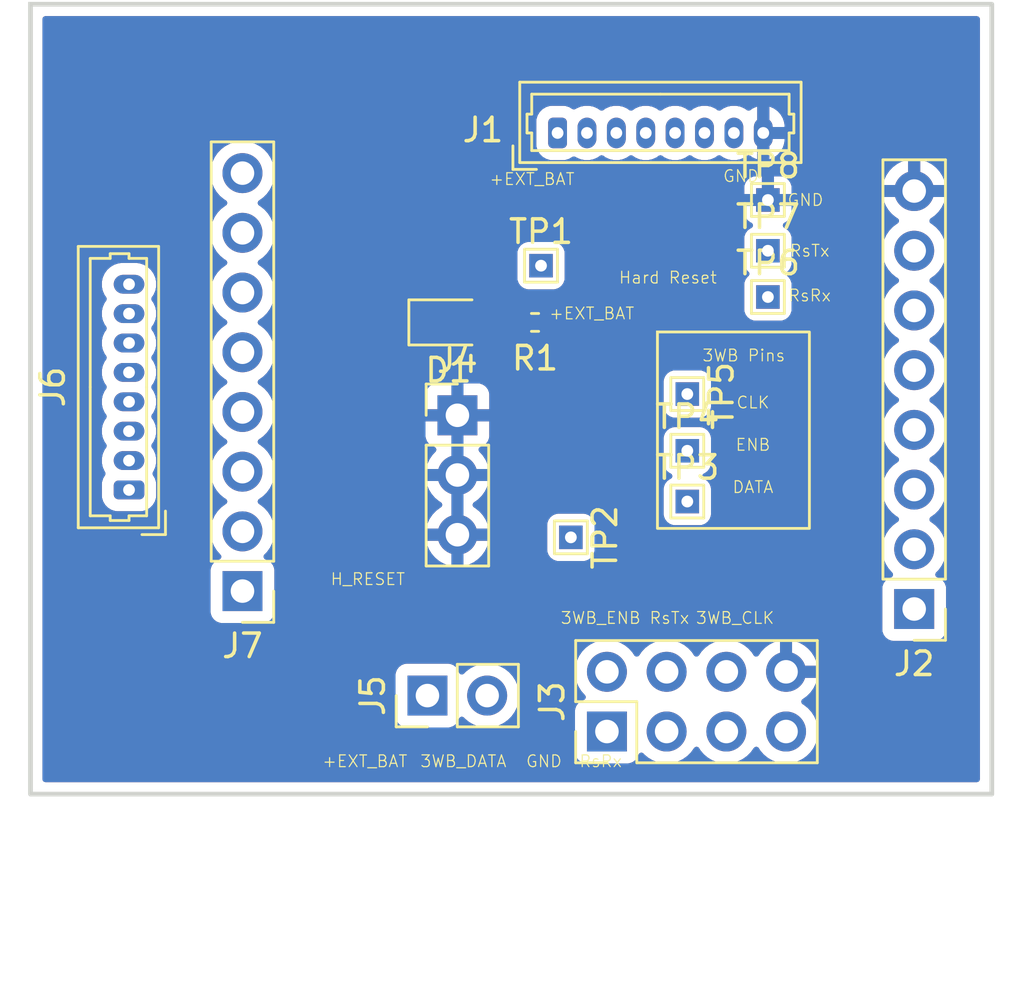
<source format=kicad_pcb>
(kicad_pcb (version 20211014) (generator pcbnew)
  (layers (0 "F.Cu" signal) (31 "B.Cu" signal) (34 "B.Paste" user) (35 "F.Paste" user) (36 "B.SilkS" user "B.Silkscreen") (37 "F.SilkS" user "F.Silkscreen") (38 "B.Mask" user) (39 "F.Mask" user) (44 "Edge.Cuts" user))
  (net 0 "")
  (net 1 "GND")
  (net 2 "/RsTx")
  (net 3 "/RsRx")
  (net 4 "/3WB_CLK")
  (net 5 "/3WB_ENB")
  (net 6 "/3WB_DATA")
  (net 7 "/HARD_RESET")
  (net 8 "Net-(D1-Pad2)")
  (net 9 "/+EXT_BAT")
  (net 10 "/SCUM_GPIO0")
  (net 11 "/SCUM_GPIO3")
  (net 12 "/SCUM_GPIO4")
  (net 13 "/SCUM_GPIO7")
  (net 14 "/SCUM_GPIO13")
  (net 15 "/SCUM_GPIO14")
  (net 16 "/+1.8V_SCUM")
  (net 17 "/+1.8V_ADS")
  (footprint "Connector_PinHeader_2.54mm:PinHeader_1x02_P2.54mm_Vertical" (layer "F.Cu") (at 87.371 80.01 90)
    (fp_text reference "J5" (at 0 -2.33 90) (layer "F.SilkS"))
    (fp_text value "Conn_01x02")
    (fp_line (start 1.33 1.27) (end 1.33 3.87) (layer "F.SilkS") (width 0.12))
    (fp_line (start -1.33 3.87) (end 1.33 3.87) (layer "F.SilkS") (width 0.12))
    (fp_line (start -1.33 1.27) (end 1.33 1.27) (layer "F.SilkS") (width 0.12))
    (fp_line (start -1.33 1.27) (end -1.33 3.87) (layer "F.SilkS") (width 0.12))
    (fp_line (start -1.33 -1.33) (end 0 -1.33) (layer "F.SilkS") (width 0.12))
    (fp_line (start -1.33 0) (end -1.33 -1.33) (layer "F.SilkS") (width 0.12))
    (pad "1" thru_hole rect (at 0 0 90) (size 1.7 1.7) (drill 1) (layers *.Cu *.Mask) (net 9 "/+EXT_BAT"))
    (pad "2" thru_hole oval (at 0 2.54 90) (size 1.7 1.7) (drill 1) (layers *.Cu *.Mask) (net 9 "/+EXT_BAT"))
  )
  (footprint "TestPoint:TestPoint_THTPad_1.0x1.0mm_Drill0.5mm" (layer "F.Cu") (at 98.425 67.183 -90)
    (fp_text reference "TP5" (at 0 -1.448 -90) (layer "F.SilkS"))
    (fp_text value "TestPoint")
    (fp_line (start 0.7 0.7) (end -0.7 0.7) (layer "F.SilkS") (width 0.12))
    (fp_line (start 0.7 -0.7) (end 0.7 0.7) (layer "F.SilkS") (width 0.12))
    (fp_line (start -0.7 -0.7) (end 0.7 -0.7) (layer "F.SilkS") (width 0.12))
    (fp_line (start -0.7 0.7) (end -0.7 -0.7) (layer "F.SilkS") (width 0.12))
    (pad "1" thru_hole rect (at 0 0 270) (size 1 1) (drill 0.5) (layers *.Cu *.Mask) (net 4 "/3WB_CLK"))
  )
  (footprint "Connector_PinHeader_2.54mm:PinHeader_1x08_P2.54mm_Vertical" (layer "F.Cu") (at 108.077 76.327 180)
    (fp_text reference "J2" (at 0 -2.33) (layer "F.SilkS"))
    (fp_text value "Conn_01x08")
    (fp_line (start -1.33 0) (end -1.33 -1.33) (layer "F.SilkS") (width 0.12))
    (fp_line (start -1.33 1.27) (end 1.33 1.27) (layer "F.SilkS") (width 0.12))
    (fp_line (start 1.33 1.27) (end 1.33 19.11) (layer "F.SilkS") (width 0.12))
    (fp_line (start -1.33 -1.33) (end 0 -1.33) (layer "F.SilkS") (width 0.12))
    (fp_line (start -1.33 19.11) (end 1.33 19.11) (layer "F.SilkS") (width 0.12))
    (fp_line (start -1.33 1.27) (end -1.33 19.11) (layer "F.SilkS") (width 0.12))
    (pad "1" thru_hole rect (at 0 0 180) (size 1.7 1.7) (drill 1) (layers *.Cu *.Mask) (net 9 "/+EXT_BAT"))
    (pad "2" thru_hole oval (at 0 2.54 180) (size 1.7 1.7) (drill 1) (layers *.Cu *.Mask) (net 7 "/HARD_RESET"))
    (pad "3" thru_hole oval (at 0 5.08 180) (size 1.7 1.7) (drill 1) (layers *.Cu *.Mask) (net 6 "/3WB_DATA"))
    (pad "4" thru_hole oval (at 0 7.62 180) (size 1.7 1.7) (drill 1) (layers *.Cu *.Mask) (net 5 "/3WB_ENB"))
    (pad "5" thru_hole oval (at 0 10.16 180) (size 1.7 1.7) (drill 1) (layers *.Cu *.Mask) (net 4 "/3WB_CLK"))
    (pad "6" thru_hole oval (at 0 12.7 180) (size 1.7 1.7) (drill 1) (layers *.Cu *.Mask) (net 3 "/RsRx"))
    (pad "7" thru_hole oval (at 0 15.24 180) (size 1.7 1.7) (drill 1) (layers *.Cu *.Mask) (net 2 "/RsTx"))
    (pad "8" thru_hole oval (at 0 17.78 180) (size 1.7 1.7) (drill 1) (layers *.Cu *.Mask) (net 1 "GND"))
  )
  (footprint "TestPoint:TestPoint_THTPad_1.0x1.0mm_Drill0.5mm" (layer "F.Cu") (at 101.854 63.055)
    (fp_text reference "TP6" (at 0 -1.448) (layer "F.SilkS"))
    (fp_text value "TestPoint")
    (fp_line (start -0.7 0.7) (end -0.7 -0.7) (layer "F.SilkS") (width 0.12))
    (fp_line (start 0.7 0.7) (end -0.7 0.7) (layer "F.SilkS") (width 0.12))
    (fp_line (start 0.7 -0.7) (end 0.7 0.7) (layer "F.SilkS") (width 0.12))
    (fp_line (start -0.7 -0.7) (end 0.7 -0.7) (layer "F.SilkS") (width 0.12))
    (pad "1" thru_hole rect (at 0 0) (size 1 1) (drill 0.5) (layers *.Cu *.Mask) (net 3 "/RsRx"))
  )
  (footprint "Connector_PinHeader_2.54mm:PinHeader_1x08_P2.54mm_Vertical" (layer "F.Cu") (at 79.502 75.565 180)
    (fp_text reference "J7" (at 0 -2.33) (layer "F.SilkS"))
    (fp_text value "Conn_01x08")
    (fp_line (start 1.33 1.27) (end 1.33 19.11) (layer "F.SilkS") (width 0.12))
    (fp_line (start -1.33 19.11) (end 1.33 19.11) (layer "F.SilkS") (width 0.12))
    (fp_line (start -1.33 1.27) (end -1.33 19.11) (layer "F.SilkS") (width 0.12))
    (fp_line (start -1.33 1.27) (end 1.33 1.27) (layer "F.SilkS") (width 0.12))
    (fp_line (start -1.33 0) (end -1.33 -1.33) (layer "F.SilkS") (width 0.12))
    (fp_line (start -1.33 -1.33) (end 0 -1.33) (layer "F.SilkS") (width 0.12))
    (pad "1" thru_hole rect (at 0 0 180) (size 1.7 1.7) (drill 1) (layers *.Cu *.Mask) (net 10 "/SCUM_GPIO0"))
    (pad "2" thru_hole oval (at 0 2.54 180) (size 1.7 1.7) (drill 1) (layers *.Cu *.Mask) (net 11 "/SCUM_GPIO3"))
    (pad "3" thru_hole oval (at 0 5.08 180) (size 1.7 1.7) (drill 1) (layers *.Cu *.Mask) (net 12 "/SCUM_GPIO4"))
    (pad "4" thru_hole oval (at 0 7.62 180) (size 1.7 1.7) (drill 1) (layers *.Cu *.Mask) (net 13 "/SCUM_GPIO7"))
    (pad "5" thru_hole oval (at 0 10.16 180) (size 1.7 1.7) (drill 1) (layers *.Cu *.Mask) (net 14 "/SCUM_GPIO13"))
    (pad "6" thru_hole oval (at 0 12.7 180) (size 1.7 1.7) (drill 1) (layers *.Cu *.Mask) (net 15 "/SCUM_GPIO14"))
    (pad "7" thru_hole oval (at 0 15.24 180) (size 1.7 1.7) (drill 1) (layers *.Cu *.Mask) (net 16 "/+1.8V_SCUM"))
    (pad "8" thru_hole oval (at 0 17.78 180) (size 1.7 1.7) (drill 1) (layers *.Cu *.Mask) (net 17 "/+1.8V_ADS"))
  )
  (footprint "TestPoint:TestPoint_THTPad_1.0x1.0mm_Drill0.5mm" (layer "F.Cu") (at 101.854 58.928)
    (fp_text reference "TP8" (at 0 -1.448) (layer "F.SilkS"))
    (fp_text value "TestPoint")
    (fp_line (start -0.7 0.7) (end -0.7 -0.7) (layer "F.SilkS") (width 0.12))
    (fp_line (start 0.7 0.7) (end -0.7 0.7) (layer "F.SilkS") (width 0.12))
    (fp_line (start 0.7 -0.7) (end 0.7 0.7) (layer "F.SilkS") (width 0.12))
    (fp_line (start -0.7 -0.7) (end 0.7 -0.7) (layer "F.SilkS") (width 0.12))
    (pad "1" thru_hole rect (at 0 0) (size 1 1) (drill 0.5) (layers *.Cu *.Mask) (net 1 "GND"))
  )
  (footprint "Connector_Molex:Molex_PicoBlade_53047-0810_1x08_P1.25mm_Vertical" (layer "F.Cu") (at 92.907 56.076)
    (fp_text reference "J1" (at -3.175 -0.127) (layer "F.SilkS"))
    (fp_text value "Conn_01x08")
    (fp_line (start 4.375 0.75) (end -1.1 0.75) (layer "F.SilkS") (width 0.12))
    (fp_line (start -1.3 0) (end -1.3 -0.8) (layer "F.SilkS") (width 0.12))
    (fp_line (start 4.375 0.75) (end 9.85 0.75) (layer "F.SilkS") (width 0.12))
    (fp_line (start -1.61 1.26) (end 10.36 1.26) (layer "F.SilkS") (width 0.12))
    (fp_line (start -1.1 0.75) (end -1.1 0) (layer "F.SilkS") (width 0.12))
    (fp_line (start 9.85 -1.65) (end 4.375 -1.65) (layer "F.SilkS") (width 0.12))
    (fp_line (start -1.1 -1.65) (end 4.375 -1.65) (layer "F.SilkS") (width 0.12))
    (fp_line (start -1.1 -0.8) (end -1.1 -1.65) (layer "F.SilkS") (width 0.12))
    (fp_line (start 10.36 1.26) (end 10.36 -2.16) (layer "F.SilkS") (width 0.12))
    (fp_line (start -1.9 1.55) (end -1.9 0.55) (layer "F.SilkS") (width 0.12))
    (fp_line (start 10.05 -0.8) (end 9.85 -0.8) (layer "F.SilkS") (width 0.12))
    (fp_line (start -1.61 -2.16) (end -1.61 1.26) (layer "F.SilkS") (width 0.12))
    (fp_line (start 9.85 -0.8) (end 9.85 -1.65) (layer "F.SilkS") (width 0.12))
    (fp_line (start -1.9 1.55) (end -0.9 1.55) (layer "F.SilkS") (width 0.12))
    (fp_line (start 9.85 0.75) (end 9.85 0) (layer "F.SilkS") (width 0.12))
    (fp_line (start 10.36 -2.16) (end -1.61 -2.16) (layer "F.SilkS") (width 0.12))
    (fp_line (start 9.85 0) (end 10.05 0) (layer "F.SilkS") (width 0.12))
    (fp_line (start -1.1 0) (end -1.3 0) (layer "F.SilkS") (width 0.12))
    (fp_line (start 10.05 0) (end 10.05 -0.8) (layer "F.SilkS") (width 0.12))
    (fp_line (start -1.3 -0.8) (end -1.1 -0.8) (layer "F.SilkS") (width 0.12))
    (pad "1" thru_hole roundrect locked (at 0 0) (size 0.8 1.3) (drill 0.5) (layers *.Cu *.Mask) (net 9 "/+EXT_BAT"))
    (pad "2" thru_hole oval locked (at 1.25 0) (size 0.8 1.3) (drill 0.5) (layers *.Cu *.Mask) (net 7 "/HARD_RESET"))
    (pad "3" thru_hole oval locked (at 2.5 0) (size 0.8 1.3) (drill 0.5) (layers *.Cu *.Mask) (net 6 "/3WB_DATA"))
    (pad "4" thru_hole oval locked (at 3.75 0) (size 0.8 1.3) (drill 0.5) (layers *.Cu *.Mask) (net 5 "/3WB_ENB"))
    (pad "5" thru_hole oval locked (at 5 0) (size 0.8 1.3) (drill 0.5) (layers *.Cu *.Mask) (net 4 "/3WB_CLK"))
    (pad "6" thru_hole oval locked (at 6.25 0) (size 0.8 1.3) (drill 0.5) (layers *.Cu *.Mask) (net 3 "/RsRx"))
    (pad "7" thru_hole oval locked (at 7.5 0) (size 0.8 1.3) (drill 0.5) (layers *.Cu *.Mask) (net 2 "/RsTx"))
    (pad "8" thru_hole oval locked (at 8.75 0) (size 0.8 1.3) (drill 0.5) (layers *.Cu *.Mask) (net 1 "GND"))
  )
  (footprint "TestPoint:TestPoint_THTPad_1.0x1.0mm_Drill0.5mm" (layer "F.Cu") (at 98.425 71.755)
    (fp_text reference "TP3" (at 0 -1.448) (layer "F.SilkS"))
    (fp_text value "TestPoint")
    (fp_line (start 0.7 -0.7) (end 0.7 0.7) (layer "F.SilkS") (width 0.12))
    (fp_line (start -0.7 -0.7) (end 0.7 -0.7) (layer "F.SilkS") (width 0.12))
    (fp_line (start 0.7 0.7) (end -0.7 0.7) (layer "F.SilkS") (width 0.12))
    (fp_line (start -0.7 0.7) (end -0.7 -0.7) (layer "F.SilkS") (width 0.12))
    (pad "1" thru_hole rect (at 0 0) (size 1 1) (drill 0.5) (layers *.Cu *.Mask) (net 6 "/3WB_DATA"))
  )
  (footprint "Connector_Molex:Molex_PicoBlade_53047-0810_1x08_P1.25mm_Vertical" (layer "F.Cu") (at 74.676 71.262 90)
    (fp_text reference "J6" (at 4.38 -3.25 90) (layer "F.SilkS"))
    (fp_text value "Conn_01x08")
    (fp_line (start 9.85 0) (end 10.05 0) (layer "F.SilkS") (width 0.12))
    (fp_line (start -1.3 0) (end -1.3 -0.8) (layer "F.SilkS") (width 0.12))
    (fp_line (start 10.36 1.26) (end 10.36 -2.16) (layer "F.SilkS") (width 0.12))
    (fp_line (start 9.85 -0.8) (end 9.85 -1.65) (layer "F.SilkS") (width 0.12))
    (fp_line (start 9.85 0.75) (end 9.85 0) (layer "F.SilkS") (width 0.12))
    (fp_line (start -1.1 0.75) (end -1.1 0) (layer "F.SilkS") (width 0.12))
    (fp_line (start -1.61 -2.16) (end -1.61 1.26) (layer "F.SilkS") (width 0.12))
    (fp_line (start 10.05 -0.8) (end 9.85 -0.8) (layer "F.SilkS") (width 0.12))
    (fp_line (start 10.36 -2.16) (end -1.61 -2.16) (layer "F.SilkS") (width 0.12))
    (fp_line (start 4.375 0.75) (end -1.1 0.75) (layer "F.SilkS") (width 0.12))
    (fp_line (start -1.1 -1.65) (end 4.375 -1.65) (layer "F.SilkS") (width 0.12))
    (fp_line (start 4.375 0.75) (end 9.85 0.75) (layer "F.SilkS") (width 0.12))
    (fp_line (start -1.1 0) (end -1.3 0) (layer "F.SilkS") (width 0.12))
    (fp_line (start -1.9 1.55) (end -0.9 1.55) (layer "F.SilkS") (width 0.12))
    (fp_line (start -1.9 1.55) (end -1.9 0.55) (layer "F.SilkS") (width 0.12))
    (fp_line (start -1.3 -0.8) (end -1.1 -0.8) (layer "F.SilkS") (width 0.12))
    (fp_line (start -1.61 1.26) (end 10.36 1.26) (layer "F.SilkS") (width 0.12))
    (fp_line (start -1.1 -0.8) (end -1.1 -1.65) (layer "F.SilkS") (width 0.12))
    (fp_line (start 10.05 0) (end 10.05 -0.8) (layer "F.SilkS") (width 0.12))
    (fp_line (start 9.85 -1.65) (end 4.375 -1.65) (layer "F.SilkS") (width 0.12))
    (pad "1" thru_hole roundrect locked (at 0 0 90) (size 0.8 1.3) (drill 0.5) (layers *.Cu *.Mask) (net 10 "/SCUM_GPIO0"))
    (pad "2" thru_hole oval locked (at 1.25 0 90) (size 0.8 1.3) (drill 0.5) (layers *.Cu *.Mask) (net 11 "/SCUM_GPIO3"))
    (pad "3" thru_hole oval locked (at 2.5 0 90) (size 0.8 1.3) (drill 0.5) (layers *.Cu *.Mask) (net 12 "/SCUM_GPIO4"))
    (pad "4" thru_hole oval locked (at 3.75 0 90) (size 0.8 1.3) (drill 0.5) (layers *.Cu *.Mask) (net 13 "/SCUM_GPIO7"))
    (pad "5" thru_hole oval locked (at 5 0 90) (size 0.8 1.3) (drill 0.5) (layers *.Cu *.Mask) (net 14 "/SCUM_GPIO13"))
    (pad "6" thru_hole oval locked (at 6.25 0 90) (size 0.8 1.3) (drill 0.5) (layers *.Cu *.Mask) (net 15 "/SCUM_GPIO14"))
    (pad "7" thru_hole oval locked (at 7.5 0 90) (size 0.8 1.3) (drill 0.5) (layers *.Cu *.Mask) (net 16 "/+1.8V_SCUM"))
    (pad "8" thru_hole oval locked (at 8.75 0 90) (size 0.8 1.3) (drill 0.5) (layers *.Cu *.Mask) (net 17 "/+1.8V_ADS"))
  )
  (footprint "TestPoint:TestPoint_THTPad_1.0x1.0mm_Drill0.5mm" (layer "F.Cu") (at 92.202 61.722)
    (fp_text reference "TP1" (at 0 -1.448) (layer "F.SilkS"))
    (fp_text value "TestPoint")
    (fp_line (start 0.7 0.7) (end -0.7 0.7) (layer "F.SilkS") (width 0.12))
    (fp_line (start -0.7 0.7) (end -0.7 -0.7) (layer "F.SilkS") (width 0.12))
    (fp_line (start -0.7 -0.7) (end 0.7 -0.7) (layer "F.SilkS") (width 0.12))
    (fp_line (start 0.7 -0.7) (end 0.7 0.7) (layer "F.SilkS") (width 0.12))
    (pad "1" thru_hole rect (at 0 0) (size 1 1) (drill 0.5) (layers *.Cu *.Mask) (net 9 "/+EXT_BAT"))
  )
  (footprint "Connector_PinHeader_2.54mm:PinHeader_1x03_P2.54mm_Vertical" (layer "F.Cu") (at 88.646 68.087)
    (fp_text reference "J4" (at 0 -2.33) (layer "F.SilkS"))
    (fp_text value "Conn_01x03")
    (fp_line (start -1.33 -1.33) (end 0 -1.33) (layer "F.SilkS") (width 0.12))
    (fp_line (start -1.33 6.41) (end 1.33 6.41) (layer "F.SilkS") (width 0.12))
    (fp_line (start -1.33 1.27) (end 1.33 1.27) (layer "F.SilkS") (width 0.12))
    (fp_line (start 1.33 1.27) (end 1.33 6.41) (layer "F.SilkS") (width 0.12))
    (fp_line (start -1.33 0) (end -1.33 -1.33) (layer "F.SilkS") (width 0.12))
    (fp_line (start -1.33 1.27) (end -1.33 6.41) (layer "F.SilkS") (width 0.12))
    (pad "1" thru_hole rect (at 0 0) (size 1.7 1.7) (drill 1) (layers *.Cu *.Mask) (net 1 "GND"))
    (pad "2" thru_hole oval (at 0 2.54) (size 1.7 1.7) (drill 1) (layers *.Cu *.Mask) (net 1 "GND"))
    (pad "3" thru_hole oval (at 0 5.08) (size 1.7 1.7) (drill 1) (layers *.Cu *.Mask) (net 1 "GND"))
  )
  (footprint "Connector_PinHeader_2.54mm:PinHeader_2x04_P2.54mm_Vertical" (layer "F.Cu") (at 95.006 81.539 90)
    (fp_text reference "J3" (at 1.27 -2.33 90) (layer "F.SilkS"))
    (fp_text value "Conn_02x04_Counter_Clockwise")
    (fp_line (start -1.33 0) (end -1.33 -1.33) (layer "F.SilkS") (width 0.12))
    (fp_line (start -1.33 -1.33) (end 0 -1.33) (layer "F.SilkS") (width 0.12))
    (fp_line (start -1.33 1.27) (end -1.33 8.95) (layer "F.SilkS") (width 0.12))
    (fp_line (start 3.87 -1.33) (end 3.87 8.95) (layer "F.SilkS") (width 0.12))
    (fp_line (start 1.27 1.27) (end 1.27 -1.33) (layer "F.SilkS") (width 0.12))
    (fp_line (start 1.27 -1.33) (end 3.87 -1.33) (layer "F.SilkS") (width 0.12))
    (fp_line (start -1.33 1.27) (end 1.27 1.27) (layer "F.SilkS") (width 0.12))
    (fp_line (start -1.33 8.95) (end 3.87 8.95) (layer "F.SilkS") (width 0.12))
    (pad "1" thru_hole rect (at 0 0 90) (size 1.7 1.7) (drill 1) (layers *.Cu *.Mask) (net 9 "/+EXT_BAT"))
    (pad "2" thru_hole oval (at 2.54 0 90) (size 1.7 1.7) (drill 1) (layers *.Cu *.Mask) (net 7 "/HARD_RESET"))
    (pad "3" thru_hole oval (at 0 2.54 90) (size 1.7 1.7) (drill 1) (layers *.Cu *.Mask) (net 6 "/3WB_DATA"))
    (pad "4" thru_hole oval (at 2.54 2.54 90) (size 1.7 1.7) (drill 1) (layers *.Cu *.Mask) (net 5 "/3WB_ENB"))
    (pad "5" thru_hole oval (at 0 5.08 90) (size 1.7 1.7) (drill 1) (layers *.Cu *.Mask) (net 4 "/3WB_CLK"))
    (pad "6" thru_hole oval (at 2.54 5.08 90) (size 1.7 1.7) (drill 1) (layers *.Cu *.Mask) (net 3 "/RsRx"))
    (pad "7" thru_hole oval (at 0 7.62 90) (size 1.7 1.7) (drill 1) (layers *.Cu *.Mask) (net 2 "/RsTx"))
    (pad "8" thru_hole oval (at 2.54 7.62 90) (size 1.7 1.7) (drill 1) (layers *.Cu *.Mask) (net 1 "GND"))
  )
  (footprint "TestPoint:TestPoint_THTPad_1.0x1.0mm_Drill0.5mm" (layer "F.Cu") (at 101.854 61.087)
    (fp_text reference "TP7" (at 0 -1.448) (layer "F.SilkS"))
    (fp_text value "TestPoint")
    (fp_line (start 0.7 0.7) (end -0.7 0.7) (layer "F.SilkS") (width 0.12))
    (fp_line (start 0.7 -0.7) (end 0.7 0.7) (layer "F.SilkS") (width 0.12))
    (fp_line (start -0.7 -0.7) (end 0.7 -0.7) (layer "F.SilkS") (width 0.12))
    (fp_line (start -0.7 0.7) (end -0.7 -0.7) (layer "F.SilkS") (width 0.12))
    (pad "1" thru_hole rect (at 0 0) (size 1 1) (drill 0.5) (layers *.Cu *.Mask) (net 2 "/RsTx"))
  )
  (footprint "Resistor_SMD:R_0402_1005Metric" (layer "F.Cu") (at 91.948 64.135 180)
    (fp_text reference "R1" (at 0 -1.524) (layer "F.SilkS"))
    (fp_text value "100")
    (fp_line (start -0.153641 0.38) (end 0.153641 0.38) (layer "F.SilkS") (width 0.12))
    (fp_line (start -0.153641 -0.38) (end 0.153641 -0.38) (layer "F.SilkS") (width 0.12))
    (pad "1" smd roundrect (at -0.51 0 180) (size 0.54 0.64) (layers "F.Cu" "F.Paste" "F.Mask") (net 9 "/+EXT_BAT"))
    (pad "2" smd roundrect (at 0.51 0 180) (size 0.54 0.64) (layers "F.Cu" "F.Paste" "F.Mask") (net 8 "Net-(D1-Pad2)"))
  )
  (footprint "TestPoint:TestPoint_THTPad_1.0x1.0mm_Drill0.5mm" (layer "F.Cu") (at 98.425 69.596)
    (fp_text reference "TP4" (at 0 -1.448) (layer "F.SilkS"))
    (fp_text value "TestPoint")
    (fp_line (start -0.7 -0.7) (end 0.7 -0.7) (layer "F.SilkS") (width 0.12))
    (fp_line (start 0.7 0.7) (end -0.7 0.7) (layer "F.SilkS") (width 0.12))
    (fp_line (start -0.7 0.7) (end -0.7 -0.7) (layer "F.SilkS") (width 0.12))
    (fp_line (start 0.7 -0.7) (end 0.7 0.7) (layer "F.SilkS") (width 0.12))
    (pad "1" thru_hole rect (at 0 0) (size 1 1) (drill 0.5) (layers *.Cu *.Mask) (net 5 "/3WB_ENB"))
  )
  (footprint "LED_SMD:LED_0805_2012Metric" (layer "F.Cu") (at 88.265 64.135)
    (fp_text reference "D1" (at 0 2.032) (layer "F.SilkS"))
    (fp_text value "LED")
    (fp_line (start -1.685 0.96) (end 1 0.96) (layer "F.SilkS") (width 0.12))
    (fp_line (start -1.685 -0.96) (end -1.685 0.96) (layer "F.SilkS") (width 0.12))
    (fp_line (start 1 -0.96) (end -1.685 -0.96) (layer "F.SilkS") (width 0.12))
    (pad "1" smd roundrect (at -0.9375 0) (size 0.975 1.4) (layers "F.Cu" "F.Paste" "F.Mask") (net 1 "GND"))
    (pad "2" smd roundrect (at 0.9375 0) (size 0.975 1.4) (layers "F.Cu" "F.Paste" "F.Mask") (net 8 "Net-(D1-Pad2)"))
  )
  (footprint "TestPoint:TestPoint_THTPad_1.0x1.0mm_Drill0.5mm" (layer "F.Cu") (at 93.472 73.279 -90)
    (fp_text reference "TP2" (at 0 -1.448 -90) (layer "F.SilkS"))
    (fp_text value "TestPoint")
    (fp_line (start 0.7 0.7) (end -0.7 0.7) (layer "F.SilkS") (width 0.12))
    (fp_line (start 0.7 -0.7) (end 0.7 0.7) (layer "F.SilkS") (width 0.12))
    (fp_line (start -0.7 -0.7) (end 0.7 -0.7) (layer "F.SilkS") (width 0.12))
    (fp_line (start -0.7 0.7) (end -0.7 -0.7) (layer "F.SilkS") (width 0.12))
    (pad "1" thru_hole rect (at 0 0 270) (size 1 1) (drill 0.5) (layers *.Cu *.Mask) (net 7 "/HARD_RESET"))
  )
  (gr_rect (start 97.155 64.542) (end 103.619 72.898) (layer "F.SilkS") (width 0.12) (fill none))
  (gr_rect (start 70.485 50.6) (end 111.379 84.201) (layer "Edge.Cuts") (width 0.2) (fill none))
  (gr_text "Hard Reset \n" (at 97.79 62.23) (layer "F.SilkS") (effects (font (size 0.5 0.5) (thickness 0.05))))
  (gr_text "RsRx" (at 103.632 62.992) (layer "F.SilkS") (effects (font (size 0.5 0.5) (thickness 0.05))))
  (gr_text "RsTx" (at 103.632 61.087) (layer "F.SilkS") (effects (font (size 0.5 0.5) (thickness 0.05))))
  (gr_text "CLK\n" (at 101.219 67.542) (layer "F.SilkS") (effects (font (size 0.5 0.5) (thickness 0.05))))
  (gr_text "RsRx" (at 94.742 82.804) (layer "F.SilkS") (effects (font (size 0.5 0.5) (thickness 0.05))))
  (gr_text "DATA\n" (at 101.219 71.142) (layer "F.SilkS") (effects (font (size 0.5 0.5) (thickness 0.05))))
  (gr_text "+EXT_BAT" (at 94.361 63.754) (layer "F.SilkS") (effects (font (size 0.5 0.5) (thickness 0.05))))
  (gr_text "GND" (at 92.329 82.804) (layer "F.SilkS") (effects (font (size 0.5 0.5) (thickness 0.05))))
  (gr_text "ENB\n" (at 101.219 69.342) (layer "F.SilkS") (effects (font (size 0.5 0.5) (thickness 0.05))))
  (gr_text "3WB_ENB" (at 94.742 76.708) (layer "F.SilkS") (effects (font (size 0.5 0.5) (thickness 0.05))))
  (gr_text "3WB_CLK" (at 100.457 76.708) (layer "F.SilkS") (effects (font (size 0.5 0.5) (thickness 0.05))))
  (gr_text "+EXT_BAT\n" (at 84.709 82.804) (layer "F.SilkS") (effects (font (size 0.5 0.5) (thickness 0.05))))
  (gr_text "RsTx" (at 97.663 76.708) (layer "F.SilkS") (effects (font (size 0.5 0.5) (thickness 0.05))))
  (gr_text "GND\n" (at 100.711 57.912) (layer "F.SilkS") (effects (font (size 0.5 0.5) (thickness 0.05))))
  (gr_text "+EXT_BAT\n" (at 91.821 58.039) (layer "F.SilkS") (effects (font (size 0.5 0.5) (thickness 0.05))))
  (gr_text "GND" (at 103.454 58.928) (layer "F.SilkS") (effects (font (size 0.5 0.5) (thickness 0.05))))
  (gr_text "3WB_DATA" (at 88.9 82.804) (layer "F.SilkS") (effects (font (size 0.5 0.5) (thickness 0.05))))
  (gr_text "H_RESET" (at 84.836 75.057) (layer "F.SilkS") (effects (font (size 0.5 0.5) (thickness 0.05))))
  (gr_text "3WB Pins \n" (at 101.019 65.542) (layer "F.SilkS") (effects (font (size 0.5 0.5) (thickness 0.05))))
  (zone (net 1) (net_name "GND") (layers F&B.Cu) (connect_pads (clearance 0.508)) (min_thickness 0.254) (fill yes (thermal_gap 0.508) (thermal_bridge_width 0.508))
    (polygon (pts (xy 111.901601 85.27227) (xy 69.18733 85.253076) (xy 69.290579 50.581858) (xy 111.88785 50.420052)))
  )
  (zone (net 1) (net_name "GND") (layer "B.Cu") (connect_pads (clearance 0.508)) (min_thickness 0.254) (fill yes (thermal_gap 0.508) (thermal_bridge_width 0.508))
    (polygon (pts (xy 112.402283 84.684067) (xy 69.442856 84.602162) (xy 69.881616 50.530865) (xy 112.216043 50.586964)))
  )
)
</source>
